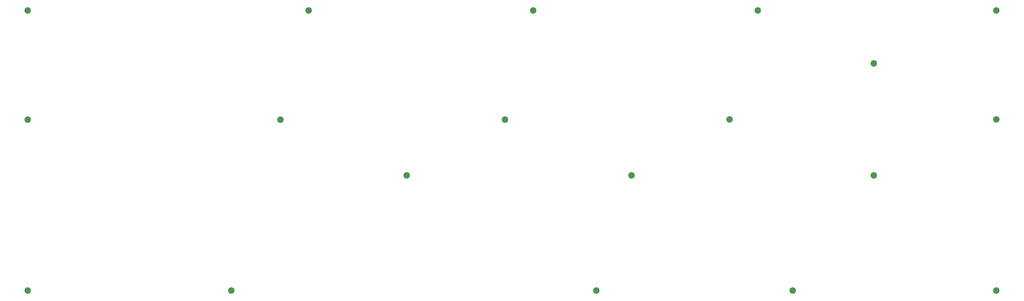
<source format=gbr>
G04 #@! TF.GenerationSoftware,KiCad,Pcbnew,8.0.7*
G04 #@! TF.CreationDate,2025-01-06T14:23:44+11:00*
G04 #@! TF.ProjectId,top,746f702e-6b69-4636-9164-5f7063625858,rev?*
G04 #@! TF.SameCoordinates,Original*
G04 #@! TF.FileFunction,Soldermask,Bot*
G04 #@! TF.FilePolarity,Negative*
%FSLAX46Y46*%
G04 Gerber Fmt 4.6, Leading zero omitted, Abs format (unit mm)*
G04 Created by KiCad (PCBNEW 8.0.7) date 2025-01-06 14:23:44*
%MOMM*%
%LPD*%
G01*
G04 APERTURE LIST*
%ADD10C,2.200000*%
G04 APERTURE END LIST*
D10*
X34275816Y-64560773D03*
X34275816Y-122728829D03*
X34280283Y-27401828D03*
X103429878Y-122738415D03*
X120098172Y-64542073D03*
X129622508Y-27391725D03*
X162949595Y-83514023D03*
X196294515Y-64518491D03*
X205820194Y-27391725D03*
X227243091Y-122731196D03*
X239158944Y-83518698D03*
X272500000Y-64500000D03*
X282015356Y-27391725D03*
X293915645Y-122738561D03*
X321393185Y-83519051D03*
X321401828Y-45425202D03*
X362971743Y-122738208D03*
X362975711Y-64477332D03*
X362990650Y-27392478D03*
M02*

</source>
